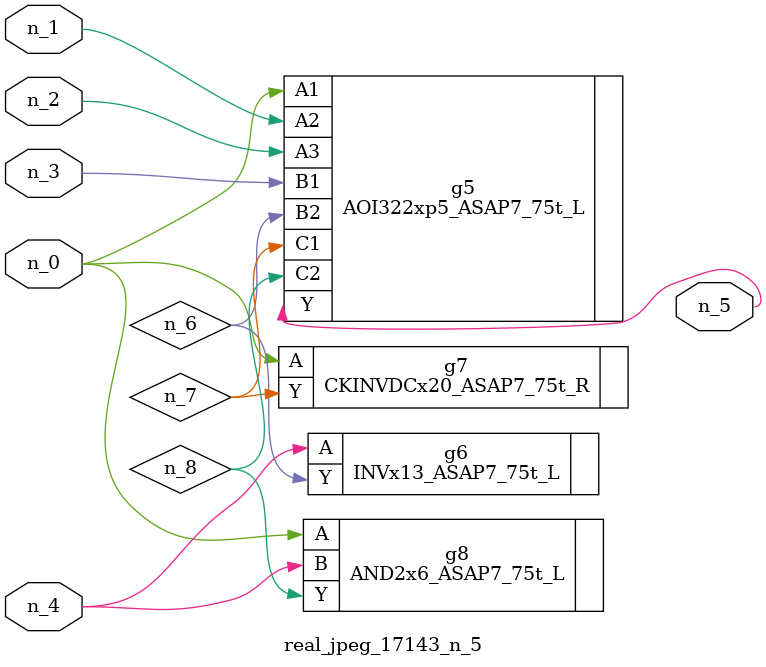
<source format=v>
module real_jpeg_17143_n_5 (n_4, n_0, n_1, n_2, n_3, n_5);

input n_4;
input n_0;
input n_1;
input n_2;
input n_3;

output n_5;

wire n_8;
wire n_6;
wire n_7;

AOI322xp5_ASAP7_75t_L g5 ( 
.A1(n_0),
.A2(n_1),
.A3(n_2),
.B1(n_3),
.B2(n_6),
.C1(n_7),
.C2(n_8),
.Y(n_5)
);

CKINVDCx20_ASAP7_75t_R g7 ( 
.A(n_0),
.Y(n_7)
);

AND2x6_ASAP7_75t_L g8 ( 
.A(n_0),
.B(n_4),
.Y(n_8)
);

INVx13_ASAP7_75t_L g6 ( 
.A(n_4),
.Y(n_6)
);


endmodule
</source>
